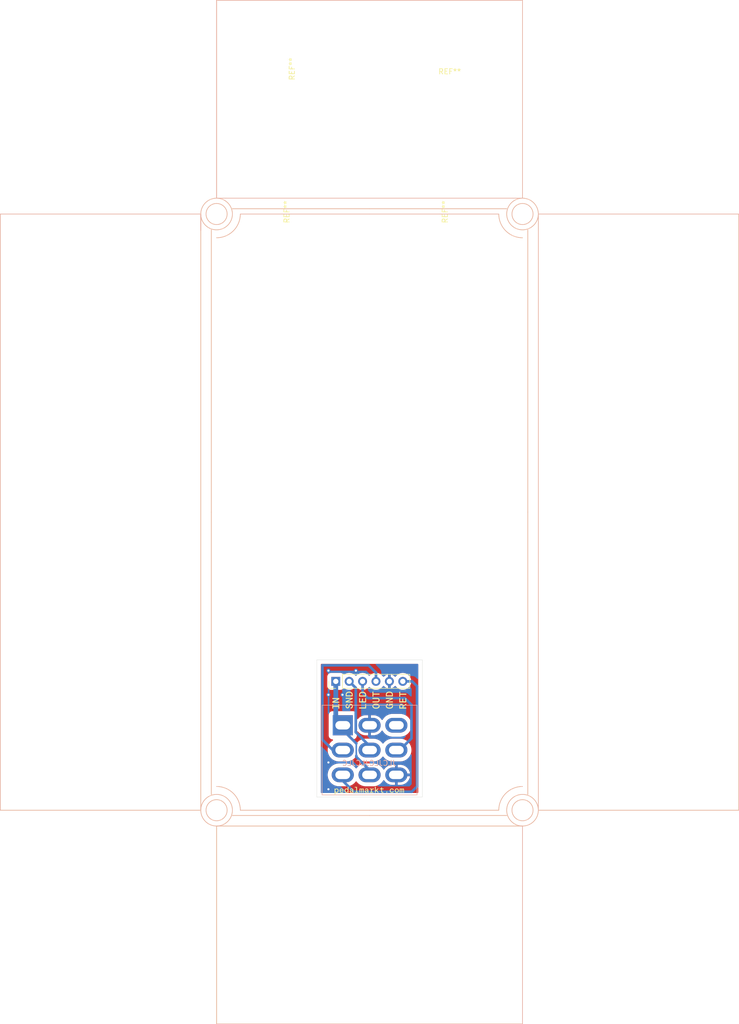
<source format=kicad_pcb>
(kicad_pcb (version 20211014) (generator pcbnew)
  (layers (0 "F.Cu" signal) (31 "B.Cu" signal) (34 "B.Paste" user) (35 "F.Paste" user) (36 "B.SilkS" user "B.Silkscreen") (37 "F.SilkS" user "F.Silkscreen") (38 "B.Mask" user) (39 "F.Mask" user) (44 "Edge.Cuts" user))
  (net 0 "")
  (net 1 "/Switch/IN")
  (net 2 "/Switch/FX_IN")
  (net 3 "/Switch/LED_GND")
  (net 4 "/Switch/OUT")
  (net 5 "/Switch/GND")
  (net 6 "/Switch/FX_OUT")
  (footprint "pedal-component-footprint:Tayda 6.35mm Jack Side" (layer "F.Cu") (at 84.8 43.1 -90)
    (fp_text reference "REF**" (at 0 0.5 90) (layer "F.SilkS"))
    (fp_text value "Tayda 6.35mm Jack Side")
  )
  (footprint "pedal-component-footprint:Tayda 6.35mm Jack Side" (layer "F.Cu") (at 114.8 43.1 -90)
    (fp_text reference "REF**" (at 0 0.5 90) (layer "F.SilkS"))
    (fp_text value "Tayda 6.35mm Jack Side")
  )
  (footprint "pedal-component-footprint:Tayda 6.35mm Jack Front" (layer "F.Cu") (at 84.8 16 90)
    (fp_text reference "REF**" (at 0 0.5 90) (layer "F.SilkS"))
    (fp_text value "Tayda 6.35mm Jack Front")
  )
  (footprint "pedal-component-footprint:Tayda 6.35mm Jack Front" (layer "F.Cu") (at 115.2 16)
    (fp_text reference "REF**" (at 0 0.5) (layer "F.SilkS"))
    (fp_text value "Tayda 6.35mm Jack Front")
  )
  (footprint "MBv3 enclosures:DC_DRILL" (layer "F.Cu") (at 100 26.1)
    (fp_text reference "" (at 0 0) (layer "F.SilkS") (effects (font (size 1.524 1.524))))
    (fp_text value "" (at 0 0) (layer "F.SilkS") (effects (font (size 1.524 1.524))))
  )
  (footprint "MBv3 enclosures:DC_TOP" (layer "F.Cu") (at 100 38.8)
    (fp_text reference "Ref**" hide)
    (fp_text value "Val**" hide)
  )
  (footprint "MBv3 enclosures:LED" (layer "F.Cu") (at 100 87.3)
    (fp_text reference "Ref**" hide)
    (fp_text value "Val**" hide)
  )
  (footprint "MBv3 enclosures:125B" (layer "F.Cu") (at 100 100)
    (fp_text reference "")
    (fp_text value "")
    (fp_line (start 24.5 56.5) (end 0 56.5) (layer "B.SilkS") (width 0.127))
    (fp_line (start -32 56.5) (end -70 56.5) (layer "B.SilkS") (width 0.127))
    (fp_line (start -32 56.5) (end -32 -56.5) (layer "B.SilkS") (width 0.127))
    (fp_line (start 32 -56.5) (end 70 -56.5) (layer "B.SilkS") (width 0.127))
    (fp_line (start 29 97) (end -29 97) (layer "B.SilkS") (width 0.127))
    (fp_line (start -29 -59.5) (end -29 -97) (layer "B.SilkS") (width 0.127))
    (fp_line (start -29 -59.5) (end 29 -59.5) (layer "B.SilkS") (width 0.127))
    (fp_line (start 70 -56.5) (end 70 56.5) (layer "B.SilkS") (width 0.127))
    (fp_line (start 32 -56.5) (end 32 56.5) (layer "B.SilkS") (width 0.127))
    (fp_line (start 29 59.5) (end 29 97) (layer "B.SilkS") (width 0.127))
    (fp_line (start 0 -57.5) (end 26 -57.5) (layer "B.SilkS") (width 0.127))
    (fp_line (start 0 57.5) (end 26 57.5) (layer "B.SilkS") (width 0.127))
    (fp_line (start -29 -59.5) (end -29 -97) (layer "B.SilkS") (width 0.127))
    (fp_line (start 24.5 -56.5) (end 0 -56.5) (layer "B.SilkS") (width 0.127))
    (fp_line (start 29 59.5) (end 29 97) (layer "B.SilkS") (width 0.127))
    (fp_line (start -70 56.5) (end -70 -56.5) (layer "B.SilkS") (width 0.127))
    (fp_line (start -26 -57.5) (end 0 -57.5) (layer "B.SilkS") (width 0.127))
    (fp_line (start 30 0) (end 30 -53.5) (layer "B.SilkS") (width 0.127))
    (fp_line (start 0 -56.5) (end -24.5 -56.5) (layer "B.SilkS") (width 0.127))
    (fp_line (start -32 -56.5) (end -32 -53.365) (layer "B.SilkS") (width 0.127))
    (fp_line (start -30 0) (end -30 -53.5) (layer "B.SilkS") (width 0.127))
    (fp_line (start 29 59.5) (end -29 59.5) (layer "B.SilkS") (width 0.127))
    (fp_line (start -29 -97) (end 29 -97) (layer "B.SilkS") (width 0.127))
    (fp_line (start -30 53.5) (end -30 0) (layer "B.SilkS") (width 0.127))
    (fp_line (start 30 53.5) (end 30 0) (layer "B.SilkS") (width 0.127))
    (fp_line (start 29 -97) (end 29 -59.5) (layer "B.SilkS") (width 0.127))
    (fp_line (start 0 56.5) (end -24.5 56.5) (layer "B.SilkS") (width 0.127))
    (fp_line (start -26 57.5) (end 0 57.5) (layer "B.SilkS") (width 0.127))
    (fp_line (start -32 -53.365) (end -32 -56.5) (layer "B.SilkS") (width 0.127))
    (fp_line (start -70 -56.5) (end -32 -56.5) (layer "B.SilkS") (width 0.127))
    (fp_line (start 70 56.5) (end 32 56.5) (layer "B.SilkS") (width 0.127))
    (fp_line (start -29 97) (end -29 59.5) (layer "B.SilkS") (width 0.127))
    (fp_arc (start -29 52) (mid -25.818019 53.318019) (end -24.5 56.5) (layer "B.SilkS") (width 0.127))
    (fp_arc (start 29 -52) (mid 25.818019 -53.318019) (end 24.5 -56.5) (layer "B.SilkS") (width 0.127))
    (fp_arc (start 24.5 56.5) (mid 25.818019 53.318019) (end 29 52) (layer "B.SilkS") (width 0.127))
    (fp_arc (start -24.5 -56.5) (mid -25.818019 -53.318019) (end -29 -52) (layer "B.SilkS") (width 0.127))
    (fp_circle (center 29 56.5) (end 31 56.5) (layer "B.SilkS") (width 0.127) (fill none))
    (fp_circle (center 29 -56.5) (end 31 -56.5) (layer "B.SilkS") (width 0.127) (fill none))
    (fp_circle (center -29 -56.5) (end -26 -56.5) (layer "B.SilkS") (width 0.127) (fill none))
    (fp_circle (center -29 56.5) (end -27 56.5) (layer "B.SilkS") (width 0.127) (fill none))
    (fp_circle (center -29 -56.5) (end -27 -56.5) (layer "B.SilkS") (width 0.127) (fill none))
    (fp_circle (center 29 -56.5) (end 32 -56.5) (layer "B.SilkS") (width 0.127) (fill none))
    (fp_circle (center 29 56.5) (end 32 56.5) (layer "B.SilkS") (width 0.127) (fill none))
    (fp_circle (center -29 56.5) (end -26 56.5) (layer "B.SilkS") (width 0.127) (fill none))
    (fp_line (start 30 0) (end 30 -53.5) (layer "F.SilkS") (width 0.127))
    (fp_line (start -32 -56.5) (end -70 -56.5) (layer "F.SilkS") (width 0.127))
    (fp_line (start 0 56.5) (end 24.5 56.5) (layer "F.SilkS") (width 0.127))
    (fp_line (start -30 0) (end -30 -53.5) (layer "F.SilkS") (width 0.127))
    (fp_line (start 29 -59.5) (end 29 -97) (layer "F.SilkS") (width 0.127))
    (fp_line (start 30 53.5) (end 30 0) (layer "F.SilkS") (width 0.127))
    (fp_line (start 29 -97) (end -29 -97) (layer "F.SilkS") (width 0.127))
    (fp_line (start 70 56.5) (end 70 -56.5) (layer "F.SilkS") (width 0.127))
    (fp_line (start 32 56.5) (end 70 56.5) (layer "F.SilkS") (width 0.127))
    (fp_line (start 29 97) (end 29 59.5) (layer "F.SilkS") (width 0.127))
    (fp_line (start 26 -57.5) (end 0 -57.5) (layer "F.SilkS") (width 0.127))
    (fp_line (start -29 59.5) (end -29 97) (layer "F.SilkS") (width 0.127))
    (fp_line (start 0 57.5) (end -26 57.5) (layer "F.SilkS") (width 0.127))
    (fp_line (start 70 -56.5) (end 32 -56.5) (layer "F.SilkS") (width 0.127))
    (fp_line (start 29 -59.5) (end 29 -97) (layer "F.SilkS") (width 0.127))
    (fp_line (start -29 59.5) (end 29 59.5) (layer "F.SilkS") (width 0.127))
    (fp_line (start -70 -56.5) (end -70 56.5) (layer "F.SilkS") (width 0.127))
    (fp_line (start -70 56.5) (end -32 56.5) (layer "F.SilkS") (width 0.127))
    (fp_line (start 0 -57.5) (end -26 -57.5) (layer "F.SilkS") (width 0.127))
    (fp_line (start -29 97) (end 29 97) (layer "F.SilkS") (width 0.127))
    (fp_line (start 29 -59.5) (end -29 -59.5) (layer "F.SilkS") (width 0.127))
    (fp_line (start 32 56.5) (end 32 -56.5) (layer "F.SilkS") (width 0.127))
    (fp_line (start -29 -97) (end -29 -59.5) (layer "F.SilkS") (width 0.127))
    (fp_line (start -32 -56.5) (end -32 56.5) (layer "F.SilkS") (width 0.127))
    (fp_line (start -29 59.5) (end -29 97) (layer "F.SilkS") (width 0.127))
    (fp_line (start 0 -56.5) (end 24.5 -56.5) (layer "F.SilkS") (width 0.127))
    (fp_line (start 32 -53.365) (end 32 -56.5) (layer "F.SilkS") (width 0.127))
    (fp_line (start -30 53.5) (end -30 0) (layer "F.SilkS") (width 0.127))
    (fp_line (start 32 -56.5) (end 32 -53.365) (layer "F.SilkS") (width 0.127))
    (fp_line (start -24.5 56.5) (end 0 56.5) (layer "F.SilkS") (width 0.127))
    (fp_line (start -24.5 -56.5) (end 0 -56.5) (layer "F.SilkS") (width 0.127))
    (fp_line (start 26 57.5) (end 0 57.5) (layer "F.SilkS") (width 0.127))
    (fp_arc (start -24.5 -56.5) (mid -25.818019 -53.318019) (end -29 -52) (layer "F.SilkS") (width 0.127))
    (fp_arc (start 24.5 56.5) (mid 25.818019 53.318019) (end 29 52) (layer "F.SilkS") (width 0.127))
    (fp_arc (start -29 52) (mid -25.818019 53.318019) (end -24.5 56.5) (layer "F.SilkS") (width 0.127))
    (fp_arc (start 29 -52) (mid 25.818019 -53.318019) (end 24.5 -56.5) (layer "F.SilkS") (width 0.127))
    (fp_circle (center 29 -56.5) (end 31 -56.5) (layer "F.SilkS") (width 0.127) (fill none))
    (fp_circle (center -29 56.5) (end -26 56.5) (layer "F.SilkS") (width 0.127) (fill none))
    (fp_circle (center -29 -56.5) (end -26 -56.5) (layer "F.SilkS") (width 0.127) (fill none))
    (fp_circle (center 29 56.5) (end 32 56.5) (layer "F.SilkS") (width 0.127) (fill none))
    (fp_circle (center 29 56.5) (end 31 56.5) (layer "F.SilkS") (width 0.127) (fill none))
    (fp_circle (center 29 -56.5) (end 32 -56.5) (layer "F.SilkS") (width 0.127) (fill none))
    (fp_circle (center -29 -56.5) (end -27 -56.5) (layer "F.SilkS") (width 0.127) (fill none))
    (fp_circle (center -29 56.5) (end -27 56.5) (layer "F.SilkS") (width 0.127) (fill none))
  )
  (footprint "kibuzzard-6618FE93" (layer "F.Cu") (at 96.139 135.636 90)
    (fp_text reference "kibuzzard-6618FE93" hide)
    (fp_text value "G***" hide)
    (fp_poly (pts (xy 0.25146 -0.66675) (xy 0.43815 -0.66675) (xy 0.43815 0.66675) (xy 0.23622 0.66675) (xy -0.238125 -0.28575) (xy -0.25146 -0.28575) (xy -0.25146 0.66675) (xy -0.43815 0.66675) (xy -0.43815 -0.66675) (xy -0.23622 -0.66675) (xy 0.238125 0.287655) (xy 0.25146 0.287655) (xy 0.25146 -0.66675)) (layer "F.SilkS") (width 0) (fill solid))
    (fp_poly (pts (xy -0.70104 0.314325) (xy -0.714798 0.42545) (xy -0.756073 0.517525) (xy -0.824865 0.59055) (xy -0.91567 0.643467) (xy -1.022985 0.675217) (xy -1.14681 0.6858) (xy -1.277832 0.673629) (xy -1.388957 0.637117) (xy -1.480185 0.576263) (xy -1.549188 0.494242) (xy -1.593638 0.394229) (xy -1.613535 0.276225) (xy -1.415415 0.276225) (xy -1.388031 0.37719) (xy -1.332547 0.451485) (xy -1.250871 0.497205) (xy -1.144905 0.512445) (xy -1.048941 0.500539) (xy -0.970597 0.46482) (xy -0.918448 0.404812) (xy -0.901065 0.32004) (xy -0.92202 0.221933) (xy -0.989647 0.1524) (xy -1.07061 0.108585) (xy -1.171575 0.07239) (xy -1.221105 0.05715) (xy -1.347787 0.006667) (xy -1.456372 -0.06096) (xy -1.542098 -0.166687) (xy -1.571625 -0.31242) (xy -1.558078 -0.417936) (xy -1.517438 -0.508423) (xy -1.449705 -0.583883) (xy -1.361017 -0.640503) (xy -1.257512 -0.674476) (xy -1.13919 -0.6858) (xy -1.020233 -0.673841) (xy -0.917363 -0.637963) (xy -0.83058 -0.578168) (xy -0.764117 -0.499745) (xy -0.722207 -0.407988) (xy -0.70485 -0.302895) (xy -0.893445 -0.302895) (xy -0.916781 -0.387429) (xy -0.96774 -0.454343) (xy -1.042987 -0.497919) (xy -1.13919 -0.512445) (xy -1.233726 -0.498872) (xy -1.307782 -0.458153) (xy -1.355646 -0.396002) (xy -1.3716 -0.318135) (xy -1.354455 -0.24765) (xy -1.321118 -0.19812) (xy -1.258252 -0.159067) (xy -1.198245 -0.132397) (xy -1.125855 -0.108585) (xy -1.08204 -0.093345) (xy -1.018222 -0.070485) (xy -0.950595 -0.04191) (xy -0.8763 -0.001905) (xy -0.81153 0.050483) (xy -0.752475 0.119063) (xy -0.71628 0.20574) (xy -0.70104 0.314325)) (layer "F.SilkS") (width 0) (fill solid))
    (fp_poly (pts (xy 1.042035 -0.66675) (xy 1.172885 -0.655618) (xy 1.287304 -0.622221) (xy 1.385292 -0.566559) (xy 1.46685 -0.488633) (xy 1.531025 -0.391537) (xy 1.576864 -0.278368) (xy 1.604367 -0.149126) (xy 1.613535 -0.00381) (xy 1.604427 0.143292) (xy 1.577102 0.274082) (xy 1.53156 0.38856) (xy 1.467803 0.486728) (xy 1.386542 0.565487) (xy 1.288494 0.621744) (xy 1.173659 0.655499) (xy 1.042035 0.66675) (xy 1.030605 0.66675) (xy 1.030605 0.485775) (xy 1.145011 0.471911) (xy 1.239308 0.430318) (xy 1.313498 0.360998) (xy 1.366943 0.265007) (xy 1.399011 0.143404) (xy 1.4097 -0.00381) (xy 1.39917 -0.151077) (xy 1.367578 -0.271568) (xy 1.314926 -0.365284) (xy 1.241213 -0.432223) (xy 1.14644 -0.472387) (xy 1.030605 -0.485775) (xy 0.904875 -0.485775) (xy 0.904875 0.485775) (xy 1.030605 0.485775) (xy 1.030605 0.66675) (xy 0.70485 0.66675) (xy 0.70485 -0.66675) (xy 1.042035 -0.66675)) (layer "F.SilkS") (width 0) (fill solid))
  )
  (footprint "kibuzzard-66194892" (layer "F.Cu") (at 99.949 152.781)
    (fp_text reference "kibuzzard-66194892" hide)
    (fp_text value "G***" hide)
    (fp_poly (pts (xy 5.220494 -0.404813) (xy 5.326944 -0.391936) (xy 5.419813 -0.353307) (xy 5.4991 -0.288925) (xy 5.559513 -0.204611) (xy 5.595761 -0.106186) (xy 5.607844 0.00635) (xy 5.595849 0.119856) (xy 5.559866 0.219075) (xy 5.499894 0.304006) (xy 5.420872 0.368829) (xy 5.327738 0.407723) (xy 5.220494 0.420687) (xy 5.220494 0.282575) (xy 5.314156 0.263128) (xy 5.385594 0.204787) (xy 5.430838 0.116284) (xy 5.445919 0.00635) (xy 5.430639 -0.102195) (xy 5.3848 -0.189706) (xy 5.313164 -0.247452) (xy 5.220494 -0.2667) (xy 5.125839 -0.247452) (xy 5.0546 -0.189706) (xy 5.009952 -0.102195) (xy 4.995069 0.00635) (xy 5.01015 0.116284) (xy 5.055394 0.204787) (xy 5.126831 0.263128) (xy 5.220494 0.282575) (xy 5.220494 0.420687) (xy 5.113249 0.407723) (xy 5.020116 0.368829) (xy 4.941094 0.304006) (xy 4.881122 0.219075) (xy 4.845138 0.119856) (xy 4.833144 0.00635) (xy 4.84505 -0.10698) (xy 4.880769 -0.205669) (xy 4.9403 -0.289719) (xy 5.019058 -0.35366) (xy 5.112456 -0.392024) (xy 5.220494 -0.404813)) (layer "F.SilkS") (width 0) (fill solid))
    (fp_poly (pts (xy -4.093369 -0.722313) (xy -3.931444 -0.722313) (xy -3.931444 0.404812) (xy -4.063206 0.404812) (xy -4.077494 0.29845) (xy -4.088606 0.29845) (xy -4.154223 0.36636) (xy -4.236773 0.407106) (xy -4.314031 0.417653) (xy -4.314031 0.282575) (xy -4.223941 0.263723) (xy -4.153694 0.207169) (xy -4.10845 0.119261) (xy -4.093369 0.00635) (xy -4.10845 -0.105172) (xy -4.153694 -0.192088) (xy -4.223941 -0.248047) (xy -4.314031 -0.2667) (xy -4.404717 -0.248047) (xy -4.47675 -0.192088) (xy -4.52378 -0.105172) (xy -4.539456 0.00635) (xy -4.52378 0.118269) (xy -4.47675 0.206375) (xy -4.404717 0.263525) (xy -4.314031 0.282575) (xy -4.314031 0.417653) (xy -4.336256 0.420687) (xy -4.435916 0.407899) (xy -4.523228 0.369535) (xy -4.598194 0.305594) (xy -4.65552 0.221192) (xy -4.689916 0.121444) (xy -4.701381 0.00635) (xy -4.689916 -0.110155) (xy -4.65552 -0.209903) (xy -4.598194 -0.292894) (xy -4.523228 -0.355071) (xy -4.435916 -0.392377) (xy -4.336256 -0.404813) (xy -4.238008 -0.392818) (xy -4.157045 -0.356835) (xy -4.093369 -0.296863) (xy -4.093369 -0.722313)) (layer "F.SilkS") (width 0) (fill solid))
    (fp_poly (pts (xy -1.216819 -0.404813) (xy -1.143794 -0.391517) (xy -1.086644 -0.351631) (xy -1.049734 -0.285155) (xy -1.037431 -0.192088) (xy -1.037431 0.404812) (xy -1.189831 0.404812) (xy -1.189831 -0.166688) (xy -1.212056 -0.238919) (xy -1.272381 -0.2667) (xy -1.343025 -0.234156) (xy -1.370806 -0.14605) (xy -1.370806 0.404812) (xy -1.523206 0.404812) (xy -1.523206 -0.15875) (xy -1.546225 -0.237331) (xy -1.607344 -0.2667) (xy -1.6764 -0.236538) (xy -1.704181 -0.150813) (xy -1.704181 0.404812) (xy -1.854994 0.404812) (xy -1.854994 -0.388938) (xy -1.718469 -0.388938) (xy -1.704181 -0.327025) (xy -1.691481 -0.327025) (xy -1.630759 -0.385366) (xy -1.547019 -0.404813) (xy -1.449388 -0.376238) (xy -1.396206 -0.309563) (xy -1.383506 -0.309563) (xy -1.317228 -0.381) (xy -1.216819 -0.404813)) (layer "F.SilkS") (width 0) (fill solid))
    (fp_poly (pts (xy 2.409031 0.123825) (xy 2.428258 0.213783) (xy 2.485937 0.267758) (xy 2.582069 0.28575) (xy 2.686844 0.27305) (xy 2.686844 0.403225) (xy 2.6162 0.416322) (xy 2.543969 0.420687) (xy 2.437098 0.409892) (xy 2.353977 0.377507) (xy 2.294604 0.323532) (xy 2.258981 0.247967) (xy 2.247106 0.150812) (xy 2.247106 -0.258763) (xy 1.994694 -0.258763) (xy 1.994694 -0.388938) (xy 2.124869 -0.388938) (xy 2.232025 -0.420688) (xy 2.262981 -0.531813) (xy 2.262981 -0.604838) (xy 2.409031 -0.604838) (xy 2.409031 -0.388938) (xy 2.731294 -0.388938) (xy 2.731294 -0.258763) (xy 2.409031 -0.258763) (xy 2.409031 0.123825)) (layer "F.SilkS") (width 0) (fill solid))
    (fp_poly (pts (xy -2.329656 0.2794) (xy -2.055019 0.2794) (xy -2.055019 0.404812) (xy -2.766219 0.404812) (xy -2.766219 0.2794) (xy -2.491581 0.2794) (xy -2.491581 -0.581025) (xy -2.750344 -0.581025) (xy -2.750344 -0.706438) (xy -2.329656 -0.706438) (xy -2.329656 0.2794)) (layer "F.SilkS") (width 0) (fill solid))
    (fp_poly (pts (xy 6.403181 -0.404813) (xy 6.476206 -0.391517) (xy 6.533356 -0.351631) (xy 6.570266 -0.285155) (xy 6.582569 -0.192088) (xy 6.582569 0.404812) (xy 6.430169 0.404812) (xy 6.430169 -0.166688) (xy 6.407944 -0.238919) (xy 6.347619 -0.2667) (xy 6.276975 -0.234156) (xy 6.249194 -0.14605) (xy 6.249194 0.404812) (xy 6.096794 0.404812) (xy 6.096794 -0.15875) (xy 6.073775 -0.237331) (xy 6.012656 -0.2667) (xy 5.9436 -0.236538) (xy 5.915819 -0.150813) (xy 5.915819 0.404812) (xy 5.765006 0.404812) (xy 5.765006 -0.388938) (xy 5.901531 -0.388938) (xy 5.915819 -0.327025) (xy 5.928519 -0.327025) (xy 5.989241 -0.385366) (xy 6.072981 -0.404813) (xy 6.170613 -0.376238) (xy 6.223794 -0.309563) (xy 6.236494 -0.309563) (xy 6.302772 -0.381) (xy 6.403181 -0.404813)) (layer "F.SilkS") (width 0) (fill solid))
    (fp_poly (pts (xy 4.644231 0.1397) (xy 4.602758 0.255191) (xy 4.522788 0.344487) (xy 4.451262 0.386821) (xy 4.368976 0.412221) (xy 4.275931 0.420687) (xy 4.164101 0.407899) (xy 4.067792 0.369535) (xy 3.987006 0.305594) (xy 3.926152 0.221897) (xy 3.88964 0.124266) (xy 3.877469 0.0127) (xy 3.889992 -0.101776) (xy 3.927563 -0.201789) (xy 3.990181 -0.287338) (xy 4.071849 -0.352601) (xy 4.16657 -0.39176) (xy 4.274344 -0.404813) (xy 4.364214 -0.396258) (xy 4.445441 -0.370593) (xy 4.518025 -0.327819) (xy 4.577027 -0.269699) (xy 4.617508 -0.197997) (xy 4.639469 -0.112713) (xy 4.475956 -0.112713) (xy 4.451945 -0.173633) (xy 4.408488 -0.223044) (xy 4.348361 -0.255786) (xy 4.274344 -0.2667) (xy 4.180483 -0.247055) (xy 4.105275 -0.188119) (xy 4.055864 -0.098623) (xy 4.039394 0.0127) (xy 4.055467 0.119856) (xy 4.103688 0.206375) (xy 4.178895 0.263525) (xy 4.275931 0.282575) (xy 4.348758 0.27305) (xy 4.408488 0.244475) (xy 4.453136 0.199231) (xy 4.480719 0.1397) (xy 4.644231 0.1397)) (layer "F.SilkS") (width 0) (fill solid))
    (fp_poly (pts (xy 1.793081 -0.388938) (xy 1.442244 -0.0635) (xy 1.793081 0.404812) (xy 1.612106 0.404812) (xy 1.329531 0.041275) (xy 1.232694 0.131762) (xy 1.232694 0.404812) (xy 1.070769 0.404812) (xy 1.070769 -0.722313) (xy 1.232694 -0.722313) (xy 1.232694 -0.066675) (xy 1.243806 -0.066675) (xy 1.596231 -0.388938) (xy 1.793081 -0.388938)) (layer "F.SilkS") (width 0) (fill solid))
    (fp_poly (pts (xy -0.119856 0.280987) (xy -0.100806 0.280987) (xy -0.100806 0.404812) (xy -0.172244 0.404812) (xy -0.269478 0.380206) (xy -0.319881 0.306387) (xy -0.389378 0.369887) (xy -0.47722 0.407987) (xy -0.559594 0.417839) (xy -0.559594 0.293687) (xy -0.47883 0.281781) (xy -0.407988 0.246062) (xy -0.358577 0.185738) (xy -0.342106 0.100012) (xy -0.342106 0.041275) (xy -0.531019 0.060325) (xy -0.621859 0.081139) (xy -0.676363 0.122414) (xy -0.694531 0.18415) (xy -0.657225 0.2667) (xy -0.559594 0.293687) (xy -0.559594 0.417839) (xy -0.583406 0.420687) (xy -0.693936 0.406202) (xy -0.78105 0.362744) (xy -0.837605 0.291108) (xy -0.856456 0.192087) (xy -0.837803 0.095647) (xy -0.781844 0.022225) (xy -0.695325 -0.026988) (xy -0.584994 -0.0508) (xy -0.342106 -0.0762) (xy -0.342106 -0.1143) (xy -0.352623 -0.181967) (xy -0.384175 -0.232569) (xy -0.43438 -0.26412) (xy -0.500856 -0.274638) (xy -0.579702 -0.258939) (xy -0.634206 -0.211843) (xy -0.664369 -0.13335) (xy -0.824706 -0.13335) (xy -0.794742 -0.242689) (xy -0.727075 -0.329406) (xy -0.626467 -0.385961) (xy -0.497681 -0.404813) (xy -0.369689 -0.385564) (xy -0.268288 -0.327819) (xy -0.202208 -0.234355) (xy -0.180181 -0.10795) (xy -0.180181 0.217487) (xy -0.119856 0.280987)) (layer "F.SilkS") (width 0) (fill solid))
    (fp_poly (pts (xy -6.177756 -0.404813) (xy -6.078097 -0.392024) (xy -5.990784 -0.35366) (xy -5.915819 -0.289719) (xy -5.858492 -0.205317) (xy -5.824097 -0.105569) (xy -5.812631 0.009525) (xy -5.824097 0.12603) (xy -5.858492 0.225778) (xy -5.915819 0.308769) (xy -5.990784 0.370946) (xy -6.078097 0.408252) (xy -6.177756 0.420687) (xy -6.199981 0.417974) (xy -6.199981 0.282575) (xy -6.109295 0.263922) (xy -6.037263 0.207962) (xy -5.990233 0.121047) (xy -5.974556 0.009525) (xy -5.990233 -0.102394) (xy -6.037263 -0.1905) (xy -6.109295 -0.24765) (xy -6.199981 -0.2667) (xy -6.290072 -0.247848) (xy -6.360319 -0.191294) (xy -6.405563 -0.103386) (xy -6.420644 0.009525) (xy -6.405563 0.121047) (xy -6.360319 0.207962) (xy -6.290072 0.263922) (xy -6.199981 0.282575) (xy -6.199981 0.417974) (xy -6.276005 0.408693) (xy -6.356967 0.37271) (xy -6.420644 0.312737) (xy -6.420644 0.722312) (xy -6.582569 0.722312) (xy -6.582569 -0.388938) (xy -6.450806 -0.388938) (xy -6.436519 -0.282575) (xy -6.425406 -0.282575) (xy -6.35979 -0.350485) (xy -6.27724 -0.391231) (xy -6.177756 -0.404813)) (layer "F.SilkS") (width 0) (fill solid))
    (fp_poly (pts (xy -5.244306 0.288925) (xy -5.15276 0.275343) (xy -5.087673 0.234597) (xy -5.049044 0.166687) (xy -4.893469 0.166687) (xy -4.935934 0.272852) (xy -5.012531 0.353219) (xy -5.117306 0.40382) (xy -5.244306 0.420687) (xy -5.351727 0.408252) (xy -5.44539 0.370946) (xy -5.525294 0.308769) (xy -5.586148 0.226483) (xy -5.62266 0.128852) (xy -5.634831 0.015875) (xy -5.62266 -0.102747) (xy -5.586148 -0.204611) (xy -5.525294 -0.289719) (xy -5.446272 -0.35366) (xy -5.355255 -0.392024) (xy -5.252244 -0.404813) (xy -5.154436 -0.393347) (xy -5.068447 -0.358951) (xy -4.994275 -0.301625) (xy -4.93739 -0.222603) (xy -4.903258 -0.123119) (xy -4.891881 -0.003175) (xy -4.895056 0.049212) (xy -5.477669 0.049212) (xy -5.477669 -0.065088) (xy -5.047456 -0.065088) (xy -5.062736 -0.14863) (xy -5.1054 -0.215106) (xy -5.170289 -0.258564) (xy -5.252244 -0.27305) (xy -5.334397 -0.258167) (xy -5.403056 -0.213519) (xy -5.452666 -0.146645) (xy -5.477669 -0.065088) (xy -5.477669 0.049212) (xy -5.479256 0.049212) (xy -5.458619 0.146645) (xy -5.409406 0.223044) (xy -5.336381 0.272455) (xy -5.244306 0.288925)) (layer "F.SilkS") (width 0) (fill solid))
    (fp_poly (pts (xy 0.759619 -0.24765) (xy 0.644327 -0.230584) (xy 0.555625 -0.179388) (xy 0.49907 -0.098425) (xy 0.480219 0.007937) (xy 0.480219 0.282575) (xy 0.780256 0.282575) (xy 0.780256 0.404812) (xy 0.086519 0.404812) (xy 0.086519 0.282575) (xy 0.318294 0.282575) (xy 0.318294 -0.2667) (xy 0.094456 -0.2667) (xy 0.094456 -0.388938) (xy 0.462756 -0.388938) (xy 0.478631 -0.257175) (xy 0.489744 -0.257175) (xy 0.538559 -0.322263) (xy 0.599281 -0.3683) (xy 0.680641 -0.395684) (xy 0.791369 -0.404813) (xy 0.851694 -0.404813) (xy 0.851694 -0.242888) (xy 0.759619 -0.24765)) (layer "F.SilkS") (width 0) (fill solid))
    (fp_poly (pts (xy 3.317081 0.41275) (xy 3.235325 0.378619) (xy 3.201194 0.29845) (xy 3.235325 0.216694) (xy 3.317081 0.182562) (xy 3.396456 0.216694) (xy 3.429794 0.29845) (xy 3.396456 0.378619) (xy 3.317081 0.41275)) (layer "F.SilkS") (width 0) (fill solid))
    (fp_poly (pts (xy -2.977356 0.280987) (xy -2.958306 0.280987) (xy -2.958306 0.404812) (xy -3.029744 0.404812) (xy -3.126978 0.380206) (xy -3.177381 0.306387) (xy -3.246878 0.369887) (xy -3.33472 0.407987) (xy -3.417094 0.417839) (xy -3.417094 0.293687) (xy -3.33633 0.281781) (xy -3.265488 0.246062) (xy -3.216077 0.185738) (xy -3.199606 0.100012) (xy -3.199606 0.041275) (xy -3.388519 0.060325) (xy -3.479359 0.081139) (xy -3.533863 0.122414) (xy -3.552031 0.18415) (xy -3.514725 0.2667) (xy -3.417094 0.293687) (xy -3.417094 0.417839) (xy -3.440906 0.420687) (xy -3.551436 0.406202) (xy -3.63855 0.362744) (xy -3.695105 0.291108) (xy -3.713956 0.192087) (xy -3.695303 0.095647) (xy -3.639344 0.022225) (xy -3.552825 -0.026988) (xy -3.442494 -0.0508) (xy -3.199606 -0.0762) (xy -3.199606 -0.1143) (xy -3.210123 -0.181967) (xy -3.241675 -0.232569) (xy -3.29188 -0.26412) (xy -3.358356 -0.274638) (xy -3.437202 -0.258939) (xy -3.491706 -0.211843) (xy -3.521869 -0.13335) (xy -3.682206 -0.13335) (xy -3.652242 -0.242689) (xy -3.584575 -0.329406) (xy -3.483967 -0.385961) (xy -3.355181 -0.404813) (xy -3.227189 -0.385564) (xy -3.125788 -0.327819) (xy -3.059708 -0.234355) (xy -3.037681 -0.10795) (xy -3.037681 0.217487) (xy -2.977356 0.280987)) (layer "F.SilkS") (width 0) (fill solid))
  )
  (footprint "kibuzzard-6618FE8B" (layer "F.Cu") (at 93.599 136.2456 90)
    (fp_text reference "kibuzzard-6618FE8B" hide)
    (fp_text value "G***" hide)
    (fp_poly (pts (xy 0.821055 -0.66675) (xy 1.007745 -0.66675) (xy 1.007745 0.66675) (xy 0.805815 0.66675) (xy 0.33147 -0.28575) (xy 0.318135 -0.28575) (xy 0.318135 0.66675) (xy 0.131445 0.66675) (xy 0.131445 -0.66675) (xy 0.333375 -0.66675) (xy 0.80772 0.287655) (xy 0.821055 0.287655) (xy 0.821055 -0.66675)) (layer "F.SilkS") (width 0) (fill solid))
    (fp_poly (pts (xy -0.47244 0.489585) (xy -0.14097 0.489585) (xy -0.14097 0.66675) (xy -1.007745 0.66675) (xy -1.007745 0.489585) (xy -0.672465 0.489585) (xy -0.672465 -0.489585) (xy -0.99822 -0.489585) (xy -0.99822 -0.66675) (xy -0.150495 -0.66675) (xy -0.150495 -0.489585) (xy -0.47244 -0.489585) (xy -0.47244 0.489585)) (layer "F.SilkS") (width 0) (fill solid))
  )
  (footprint "kibuzzard-6618FE9C" (layer "F.Cu") (at 98.679 135.636 90)
    (fp_text reference "kibuzzard-6618FE9C" hide)
    (fp_text value "G***" hide)
    (fp_poly (pts (xy 1.016318 -0.66675) (xy 1.147167 -0.655618) (xy 1.261586 -0.622221) (xy 1.359575 -0.566559) (xy 1.441133 -0.488633) (xy 1.505307 -0.391537) (xy 1.551146 -0.278368) (xy 1.57865 -0.149126) (xy 1.587817 -0.00381) (xy 1.578709 0.143292) (xy 1.551384 0.274082) (xy 1.505843 0.38856) (xy 1.442085 0.486728) (xy 1.360825 0.565487) (xy 1.262777 0.621744) (xy 1.147941 0.655499) (xy 1.016318 0.66675) (xy 1.004888 0.66675) (xy 1.004888 0.485775) (xy 1.119293 0.471911) (xy 1.213591 0.430318) (xy 1.28778 0.360998) (xy 1.341226 0.265007) (xy 1.373293 0.143404) (xy 1.383983 -0.00381) (xy 1.373452 -0.151077) (xy 1.341861 -0.271568) (xy 1.289209 -0.365284) (xy 1.215496 -0.432223) (xy 1.120722 -0.472387) (xy 1.004888 -0.485775) (xy 0.879158 -0.485775) (xy 0.879158 0.485775) (xy 1.004888 0.485775) (xy 1.004888 0.66675) (xy 0.679133 0.66675) (xy 0.679133 -0.66675) (xy 1.016318 -0.66675)) (layer "F.SilkS") (width 0) (fill solid))
    (fp_poly (pts (xy -1.383983 0.485775) (xy -0.740093 0.485775) (xy -0.740093 0.66675) (xy -1.587817 0.66675) (xy -1.587817 -0.66675) (xy -1.383983 -0.66675) (xy -1.383983 0.485775)) (layer "F.SilkS") (width 0) (fill solid))
    (fp_poly (pts (xy -0.239078 0.489585) (xy 0.389573 0.489585) (xy 0.389573 0.66675) (xy -0.435292 0.66675) (xy -0.435292 -0.66675) (xy 0.370522 -0.66675) (xy 0.370522 -0.489585) (xy -0.239078 -0.489585) (xy -0.239078 -0.097155) (xy 0.288608 -0.097155) (xy 0.288608 0.078105) (xy -0.239078 0.078105) (xy -0.239078 0.489585)) (layer "F.SilkS") (width 0) (fill solid))
  )
  (footprint "Connector_PinHeader_2.54mm:PinHeader_1x06_P2.54mm_Vertical" (layer "F.Cu") (at 93.599 132.08 90)
    (fp_text reference "J3" hide)
    (fp_text value "Conn_01x06_Female" hide)
    (fp_line (start -1.33 1.27) (end -1.33 14.03) (layer "F.SilkS") (width 0.12))
    (fp_line (start -1.33 1.27) (end 1.33 1.27) (layer "F.SilkS") (width 0.12))
    (fp_line (start -1.33 14.03) (end 1.33 14.03) (layer "F.SilkS") (width 0.12))
    (fp_line (start -1.33 0) (end -1.33 -1.33) (layer "F.SilkS") (width 0.12))
    (fp_line (start 1.33 1.27) (end 1.33 14.03) (layer "F.SilkS") (width 0.12))
    (fp_line (start -1.33 -1.33) (end 0 -1.33) (layer "F.SilkS") (width 0.12))
    (pad "1" thru_hole rect (at 0 0 90) (size 1.7 1.7) (drill 1) (layers *.Cu *.Mask) (net 1 "/Switch/IN"))
    (pad "2" thru_hole oval (at 0 2.54 90) (size 1.7 1.7) (drill 1) (layers *.Cu *.Mask) (net 2 "/Switch/FX_IN"))
    (pad "3" thru_hole oval (at 0 5.08 90) (size 1.7 1.7) (drill 1) (layers *.Cu *.Mask) (net 3 "/Switch/LED_GND"))
    (pad "4" thru_hole oval (at 0 7.62 90) (size 1.7 1.7) (drill 1) (layers *.Cu *.Mask) (net 4 "/Switch/OUT"))
    (pad "5" thru_hole oval (at 0 10.16 90) (size 1.7 1.7) (drill 1) (layers *.Cu *.Mask) (net 5 "/Switch/GND"))
    (pad "6" thru_hole oval (at 0 12.7 90) (size 1.7 1.7) (drill 1) (layers *.Cu *.Mask) (net 6 "/Switch/FX_OUT"))
  )
  (footprint "pedal-component-footprint:3PDT.LUGS.FLPVSK" (layer "F.Cu") (at 100 145.1)
    (fp_text reference "SW1")
    (fp_text value "SW_Push_3PDT")
    (fp_line (start 9 -8.5) (end 9 8.5) (layer "B.SilkS") (width 0.12))
    (fp_line (start -9 -8.5) (end 9 -8.5) (layer "B.SilkS") (width 0.12))
    (fp_line (start 9 8.5) (end -9 8.5) (layer "B.SilkS") (width 0.12))
    (fp_line (start -9 8.5) (end -9 -8.5) (layer "B.SilkS") (width 0.12))
    (pad "1" thru_hole rect (at -5.08 -4.7 180) (size 3.816 3.816) (drill oval 2.8 1.6) (layers *.Cu *.Mask) (net 1 "/Switch/IN"))
    (pad "2" thru_hole oval (at -5.08 0 180) (size 4.2 2.8) (drill oval 2.8 1.6) (layers *.Cu *.Mask) (net 4 "/Switch/OUT"))
    (pad "3" thru_hole oval (at -5.08 4.7 180) (size 4.2 2.8) (drill oval 2.8 1.6) (layers *.Cu *.Mask) (net 6 "/Switch/FX_OUT"))
    (pad "4" thru_hole oval (at 0 -4.7 180) (size 4.2 2.8) (drill oval 2.8 1.6) (layers *.Cu *.Mask) (net 5 "/Switch/GND"))
    (pad "5" thru_hole oval (at 0 0 180) (size 4.2 2.8) (drill oval 2.8 1.6) (layers *.Cu *.Mask) (net 2 "/Switch/FX_IN"))
    (pad "6" thru_hole oval (at 0 4.7 180) (size 4.2 2.8) (drill oval 2.8 1.6) (layers *.Cu *.Mask) (net 1 "/Switch/IN"))
    (pad "7" thru_hole oval (at 5.08 -4.7 180) (size 4.2 2.8) (drill oval 2.8 1.6) (layers *.Cu *.Mask))
    (pad "8" thru_hole oval (at 5.08 0 180) (size 4.2 2.8) (drill oval 2.8 1.6) (layers *.Cu *.Mask) (net 3 "/Switch/LED_GND"))
    (pad "9" thru_hole oval (at 5.08 4.7 180) (size 4.2 2.8) (drill oval 2.8 1.6) (layers *.Cu *.Mask) (net 5 "/Switch/GND"))
  )
  (footprint "kibuzzard-6618FEB1" (layer "F.Cu") (at 106.299 135.636 90)
    (fp_text reference "kibuzzard-6618FEB1" hide)
    (fp_text value "G***" hide)
    (fp_poly (pts (xy -0.66675 0.66675) (xy -0.882015 0.66675) (xy -1.19253 0.12192) (xy -1.40589 0.12192) (xy -1.40589 -0.051435) (xy -1.16967 -0.051435) (xy -1.067514 -0.066675) (xy -0.989648 -0.112395) (xy -0.940356 -0.183356) (xy -0.923925 -0.27432) (xy -0.940356 -0.365998) (xy -0.989648 -0.435293) (xy -1.067514 -0.478869) (xy -1.16967 -0.493395) (xy -1.40589 -0.493395) (xy -1.40589 -0.051435) (xy -1.40589 0.12192) (xy -1.40589 0.66675) (xy -1.602105 0.66675) (xy -1.602105 -0.66675) (xy -1.143 -0.66675) (xy -1.023408 -0.655108) (xy -0.921173 -0.620183) (xy -0.836295 -0.561975) (xy -0.772795 -0.484505) (xy -0.734695 -0.391795) (xy -0.721995 -0.283845) (xy -0.740331 -0.155496) (xy -0.795338 -0.048578) (xy -0.882729 0.033576) (xy -0.99822 0.08763) (xy -0.66675 0.66675)) (layer "F.SilkS") (width 0) (fill solid))
    (fp_poly (pts (xy 1.602105 -0.66675) (xy 1.602105 -0.485775) (xy 1.221105 -0.485775) (xy 1.221105 0.66675) (xy 1.02108 0.66675) (xy 1.02108 -0.485775) (xy 0.641985 -0.485775) (xy 0.641985 -0.66675) (xy 1.602105 -0.66675)) (layer "F.SilkS") (width 0) (fill solid))
    (fp_poly (pts (xy -0.234315 0.489585) (xy 0.394335 0.489585) (xy 0.394335 0.66675) (xy -0.43053 0.66675) (xy -0.43053 -0.66675) (xy 0.375285 -0.66675) (xy 0.375285 -0.489585) (xy -0.234315 -0.489585) (xy -0.234315 -0.097155) (xy 0.29337 -0.097155) (xy 0.29337 0.078105) (xy -0.234315 0.078105) (xy -0.234315 0.489585)) (layer "F.SilkS") (width 0) (fill solid))
  )
  (footprint "kibuzzard-6618FEA0" (layer "F.Cu") (at 101.219 135.636 90)
    (fp_text reference "kibuzzard-6618FEA0" hide)
    (fp_text value "G***" hide)
    (fp_poly (pts (xy -1.143 0.6858) (xy -1.143 0.501015) (xy -1.0287 0.468868) (xy -0.94107 0.372428) (xy -0.899795 0.273897) (xy -0.87503 0.149754) (xy -0.866775 0) (xy -0.87503 -0.149754) (xy -0.899795 -0.273897) (xy -0.94107 -0.372428) (xy -1.0287 -0.468868) (xy -1.143 -0.501015) (xy -1.258729 -0.468868) (xy -1.346835 -0.372428) (xy -1.38811 -0.273897) (xy -1.412875 -0.149754) (xy -1.42113 0) (xy -1.412875 0.149754) (xy -1.38811 0.273897) (xy -1.346835 0.372428) (xy -1.258729 0.468868) (xy -1.143 0.501015) (xy -1.143 0.6858) (xy -1.280054 0.665692) (xy -1.396577 0.605367) (xy -1.492567 0.504825) (xy -1.548825 0.405408) (xy -1.589008 0.288131) (xy -1.613118 0.152995) (xy -1.621155 0) (xy -1.613118 -0.151448) (xy -1.589008 -0.28575) (xy -1.548825 -0.402907) (xy -1.492567 -0.50292) (xy -1.396577 -0.60452) (xy -1.280054 -0.66548) (xy -1.143 -0.6858) (xy -1.007004 -0.66548) (xy -0.891117 -0.60452) (xy -0.795337 -0.50292) (xy -0.73908 -0.402907) (xy -0.698897 -0.28575) (xy -0.674787 -0.151448) (xy -0.66675 0) (xy -0.674787 0.151447) (xy -0.698897 0.28575) (xy -0.73908 0.402907) (xy -0.795337 0.50292) (xy -0.891117 0.60452) (xy -1.007004 0.66548) (xy -1.143 0.6858)) (layer "F.SilkS") (width 0) (fill solid))
    (fp_poly (pts (xy 1.621155 -0.66675) (xy 1.621155 -0.485775) (xy 1.240155 -0.485775) (xy 1.240155 0.66675) (xy 1.04013 0.66675) (xy 1.04013 -0.485775) (xy 0.661035 -0.485775) (xy 0.661035 -0.66675) (xy 1.621155 -0.66675)) (layer "F.SilkS") (width 0) (fill solid))
    (fp_poly (pts (xy 0.432435 -0.66675) (xy 0.432435 0.21336) (xy 0.419418 0.352954) (xy 0.380365 0.469477) (xy 0.315278 0.562928) (xy 0.228177 0.63119) (xy 0.123084 0.672147) (xy 0 0.6858) (xy -0.123296 0.672147) (xy -0.229023 0.63119) (xy -0.317182 0.562928) (xy -0.383328 0.469477) (xy -0.423016 0.352954) (xy -0.436245 0.21336) (xy -0.436245 -0.66675) (xy -0.23622 -0.66675) (xy -0.23622 0.23622) (xy -0.219789 0.347901) (xy -0.170497 0.431483) (xy -0.095012 0.483632) (xy 0 0.501015) (xy 0.093345 0.483632) (xy 0.16764 0.431483) (xy 0.216218 0.347901) (xy 0.23241 0.23622) (xy 0.23241 -0.66675) (xy 0.432435 -0.66675)) (layer "F.SilkS") (width 0) (fill solid))
  )
  (footprint "kibuzzard-6618FEAA" (layer "F.Cu") (at 103.759 135.636 90)
    (fp_text reference "kibuzzard-6618FEAA" hide)
    (fp_text value "G***" hide)
    (fp_poly (pts (xy 0.25527 -0.66675) (xy 0.44196 -0.66675) (xy 0.44196 0.66675) (xy 0.24003 0.66675) (xy -0.234315 -0.28575) (xy -0.24765 -0.28575) (xy -0.24765 0.66675) (xy -0.43434 0.66675) (xy -0.43434 -0.66675) (xy -0.23241 -0.66675) (xy 0.241935 0.287655) (xy 0.25527 0.287655) (xy 0.25527 -0.66675)) (layer "F.SilkS") (width 0) (fill solid))
    (fp_poly (pts (xy 1.045845 -0.66675) (xy 1.176695 -0.655618) (xy 1.291114 -0.622221) (xy 1.389102 -0.566559) (xy 1.47066 -0.488633) (xy 1.534835 -0.391537) (xy 1.580674 -0.278368) (xy 1.608177 -0.149126) (xy 1.617345 -0.00381) (xy 1.608237 0.143292) (xy 1.580912 0.274082) (xy 1.53537 0.38856) (xy 1.471613 0.486728) (xy 1.390352 0.565487) (xy 1.292304 0.621744) (xy 1.177469 0.655499) (xy 1.045845 0.66675) (xy 1.034415 0.66675) (xy 1.034415 0.485775) (xy 1.148821 0.471911) (xy 1.243118 0.430318) (xy 1.317308 0.360998) (xy 1.370753 0.265007) (xy 1.402821 0.143404) (xy 1.41351 -0.00381) (xy 1.40298 -0.151077) (xy 1.371388 -0.271568) (xy 1.318736 -0.365284) (xy 1.245023 -0.432223) (xy 1.15025 -0.472387) (xy 1.034415 -0.485775) (xy 0.908685 -0.485775) (xy 0.908685 0.485775) (xy 1.034415 0.485775) (xy 1.034415 0.66675) (xy 0.70866 0.66675) (xy 0.70866 -0.66675) (xy 1.045845 -0.66675)) (layer "F.SilkS") (width 0) (fill solid))
    (fp_poly (pts (xy -1.133475 -0.0381) (xy -0.6858 -0.0381) (xy -0.6858 0.66675) (xy -0.840105 0.66675) (xy -0.862965 0.55245) (xy -0.8763 0.55245) (xy -0.970597 0.641985) (xy -1.053703 0.674846) (xy -1.160145 0.6858) (xy -1.295082 0.666644) (xy -1.407795 0.609177) (xy -1.498282 0.513398) (xy -1.550372 0.418088) (xy -1.587579 0.304562) (xy -1.609904 0.172819) (xy -1.617345 0.02286) (xy -1.60913 -0.134719) (xy -1.584484 -0.274082) (xy -1.543407 -0.395228) (xy -1.4859 -0.498158) (xy -1.387052 -0.602403) (xy -1.265767 -0.664951) (xy -1.122045 -0.6858) (xy -1.010073 -0.673841) (xy -0.912918 -0.637963) (xy -0.83058 -0.578168) (xy -0.765598 -0.496993) (xy -0.720513 -0.396981) (xy -0.695325 -0.27813) (xy -0.904875 -0.27813) (xy -0.950172 -0.401955) (xy -1.022562 -0.47625) (xy -1.122045 -0.501015) (xy -1.243965 -0.467439) (xy -1.335405 -0.366712) (xy -1.377738 -0.263737) (xy -1.403138 -0.133879) (xy -1.411605 0.02286) (xy -1.400099 0.197739) (xy -1.36558 0.333756) (xy -1.308049 0.430911) (xy -1.227506 0.489204) (xy -1.12395 0.508635) (xy -1.023223 0.490538) (xy -0.945832 0.436245) (xy -0.896541 0.348139) (xy -0.88011 0.2286) (xy -0.88011 0.12192) (xy -1.133475 0.12192) (xy -1.133475 -0.0381)) (layer "F.SilkS") (width 0) (fill solid))
  )
  (gr_line (start 110 128) (end 90 128) (layer "Edge.Cuts") (width 0.05))
  (gr_line (start 90 128) (end 90 154) (layer "Edge.Cuts") (width 0.05))
  (gr_line (start 110 154) (end 110 128) (layer "Edge.Cuts") (width 0.05))
  (gr_line (start 90 154) (end 110 154) (layer "Edge.Cuts") (width 0.05))
  (gr_text "JLCJLCJLCJLC" (at 99.949 147.574) (layer "B.SilkS") (effects (font (size 1 1)) (justify mirror)))
  (segment (start 94.92 141.275) (end 94.92 140.4) (width 0.5) (layer "B.Cu") (net 1))
  (segment (start 97.49 143.845) (end 94.92 141.275) (width 0.5) (layer "B.Cu") (net 1))
  (segment (start 93.599 139.079) (end 94.92 140.4) (width 0.9) (layer "B.Cu") (net 1))
  (segment (start 100 148.895) (end 100 149.8) (width 0.5) (layer "B.Cu") (net 1))
  (segment (start 97.49 146.385) (end 100 148.895) (width 0.5) (layer "B.Cu") (net 1))
  (segment (start 97.49 146.177) (end 97.49 143.845) (width 0.3) (layer "B.Cu") (net 1))
  (segment (start 97.49 146.177) (end 97.49 146.385) (width 0.5) (layer "B.Cu") (net 1))
  (segment (start 93.599 132.08) (end 93.599 139.079) (width 0.9) (layer "B.Cu") (net 1))
  (segment (start 100 144.323) (end 100 145.1) (width 0.5) (layer "B.Cu") (net 2))
  (segment (start 97.39 141.713) (end 100 144.323) (width 0.5) (layer "B.Cu") (net 2))
  (segment (start 96.139 132.08) (end 97.39 133.331) (width 0.5) (layer "B.Cu") (net 2))
  (segment (start 97.39 133.331) (end 97.39 141.713) (width 0.5) (layer "B.Cu") (net 2))
  (segment (start 105.08 145.1) (end 105.725 145.1) (width 0.5) (layer "B.Cu") (net 3))
  (segment (start 107.95 136.525) (end 106.68 135.255) (width 0.5) (layer "B.Cu") (net 3))
  (segment (start 106.68 135.255) (end 99.695 135.255) (width 0.5) (layer "B.Cu") (net 3))
  (segment (start 98.679 134.239) (end 98.679 132.08) (width 0.5) (layer "B.Cu") (net 3))
  (segment (start 105.725 145.1) (end 107.95 142.875) (width 0.5) (layer "B.Cu") (net 3))
  (segment (start 99.695 135.255) (end 98.679 134.239) (width 0.5) (layer "B.Cu") (net 3))
  (segment (start 107.95 142.875) (end 107.95 136.525) (width 0.5) (layer "B.Cu") (net 3))
  (segment (start 94.92 145.1) (end 93.03 145.1) (width 0.5) (layer "B.Cu") (net 4))
  (segment (start 99.822 129.032) (end 101.219 130.429) (width 0.5) (layer "B.Cu") (net 4))
  (segment (start 91.059 129.032) (end 99.822 129.032) (width 0.5) (layer "B.Cu") (net 4))
  (segment (start 101.219 130.429) (end 101.219 132.08) (width 0.5) (layer "B.Cu") (net 4))
  (segment (start 91.059 143.129) (end 91.059 129.032) (width 0.5) (layer "B.Cu") (net 4))
  (segment (start 93.03 145.1) (end 91.059 143.129) (width 0.5) (layer "B.Cu") (net 4))
  (via (at 94.869 134.62) (size 0.8) (drill 0.4) (layers "F.Cu" "B.Cu") (net 5))
  (via (at 92.202 130.048) (size 0.8) (drill 0.4) (layers "F.Cu" "B.Cu") (net 5))
  (via (at 92.202 147.447) (size 0.8) (drill 0.4) (layers "F.Cu" "B.Cu") (net 5))
  (via (at 92.202 134.62) (size 0.8) (drill 0.4) (layers "F.Cu" "B.Cu") (net 5))
  (via (at 97.409 130.048) (size 0.8) (drill 0.4) (layers "F.Cu" "B.Cu") (net 5))
  (via (at 92.202 152.527) (size 0.8) (drill 0.4) (layers "F.Cu" "B.Cu") (net 5))
  (segment (start 94.92 149.8) (end 94.92 150.92) (width 0.5) (layer "B.Cu") (net 6))
  (segment (start 109 133) (end 108.08 132.08) (width 0.5) (layer "B.Cu") (net 6))
  (segment (start 97 153) (end 108 153) (width 0.5) (layer "B.Cu") (net 6))
  (segment (start 94.92 150.92) (end 97 153) (width 0.5) (layer "B.Cu") (net 6))
  (segment (start 108.08 132.08) (end 106.299 132.08) (width 0.5) (layer "B.Cu") (net 6))
  (segment (start 108 153) (end 109 152) (width 0.5) (layer "B.Cu") (net 6))
  (segment (start 109 152) (end 109 133) (width 0.5) (layer "B.Cu") (net 6))
  (zone (net 5) (net_name "/Switch/GND") (layers F&B.Cu) (connect_pads (clearance 0.762)) (min_thickness 0.254) (fill yes (thermal_gap 0.508) (thermal_bridge_width 0.508))
    (polygon (pts (xy 110 154) (xy 90 154) (xy 90 128) (xy 110 128)))
  )
)
</source>
